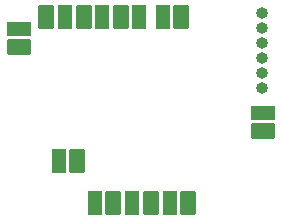
<source format=gbr>
%TF.GenerationSoftware,KiCad,Pcbnew,7.0.2-6a45011f42~172~ubuntu22.04.1*%
%TF.CreationDate,2023-05-22T20:19:49+08:00*%
%TF.ProjectId,fly2040,666c7932-3034-4302-9e6b-696361645f70,rev?*%
%TF.SameCoordinates,PX4323800PY2f1c8c0*%
%TF.FileFunction,Soldermask,Bot*%
%TF.FilePolarity,Negative*%
%FSLAX46Y46*%
G04 Gerber Fmt 4.6, Leading zero omitted, Abs format (unit mm)*
G04 Created by KiCad (PCBNEW 7.0.2-6a45011f42~172~ubuntu22.04.1) date 2023-05-22 20:19:49*
%MOMM*%
%LPD*%
G01*
G04 APERTURE LIST*
G04 Aperture macros list*
%AMRoundRect*
0 Rectangle with rounded corners*
0 $1 Rounding radius*
0 $2 $3 $4 $5 $6 $7 $8 $9 X,Y pos of 4 corners*
0 Add a 4 corners polygon primitive as box body*
4,1,4,$2,$3,$4,$5,$6,$7,$8,$9,$2,$3,0*
0 Add four circle primitives for the rounded corners*
1,1,$1+$1,$2,$3*
1,1,$1+$1,$4,$5*
1,1,$1+$1,$6,$7*
1,1,$1+$1,$8,$9*
0 Add four rect primitives between the rounded corners*
20,1,$1+$1,$2,$3,$4,$5,0*
20,1,$1+$1,$4,$5,$6,$7,0*
20,1,$1+$1,$6,$7,$8,$9,0*
20,1,$1+$1,$8,$9,$2,$3,0*%
G04 Aperture macros list end*
%ADD10R,1.300000X2.000000*%
%ADD11RoundRect,0.100000X-0.550000X0.900000X-0.550000X-0.900000X0.550000X-0.900000X0.550000X0.900000X0*%
%ADD12O,1.000000X1.000000*%
%ADD13RoundRect,0.100000X0.550000X-0.900000X0.550000X0.900000X-0.550000X0.900000X-0.550000X-0.900000X0*%
%ADD14R,2.000000X1.300000*%
%ADD15RoundRect,0.100000X-0.900000X-0.550000X0.900000X-0.550000X0.900000X0.550000X-0.900000X0.550000X0*%
G04 APERTURE END LIST*
D10*
%TO.C,J9*%
X8675001Y-1605000D03*
D11*
X7125001Y-1605000D03*
%TD*%
D10*
%TO.C,J10*%
X11840000Y-1605000D03*
D11*
X10290000Y-1605000D03*
%TD*%
D12*
%TO.C,J8*%
X22189248Y-1283121D03*
X22189248Y-2553121D03*
X22189248Y-3823121D03*
X22189248Y-5093121D03*
X22189248Y-6363121D03*
X22189248Y-7633121D03*
%TD*%
D10*
%TO.C,J1*%
X13860000Y-1610000D03*
D13*
X15410000Y-1610000D03*
%TD*%
D10*
%TO.C,J4*%
X14415000Y-17340000D03*
D13*
X15965000Y-17340000D03*
%TD*%
D14*
%TO.C,J2*%
X1615000Y-2600000D03*
D15*
X1615000Y-4150000D03*
%TD*%
D10*
%TO.C,J7*%
X5035000Y-13795000D03*
D13*
X6585000Y-13795000D03*
%TD*%
D10*
%TO.C,J6*%
X5530000Y-1605000D03*
D11*
X3980000Y-1605000D03*
%TD*%
D10*
%TO.C,J11*%
X8065000Y-17340000D03*
D13*
X9615000Y-17340000D03*
%TD*%
D14*
%TO.C,J5*%
X22350000Y-9740000D03*
D15*
X22350000Y-11290000D03*
%TD*%
D10*
%TO.C,J3*%
X11255000Y-17340000D03*
D13*
X12805000Y-17340000D03*
%TD*%
M02*

</source>
